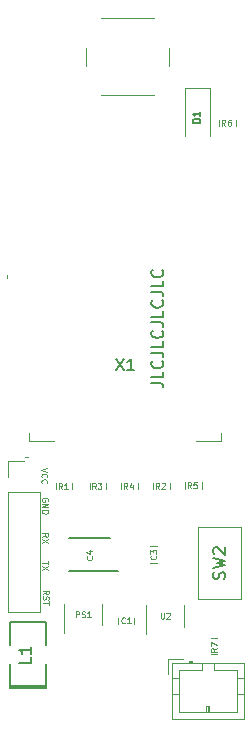
<source format=gbr>
G04 #@! TF.GenerationSoftware,KiCad,Pcbnew,(5.1.9)-1*
G04 #@! TF.CreationDate,2021-03-01T14:11:43+01:00*
G04 #@! TF.ProjectId,button - AAA,62757474-6f6e-4202-9d20-4141412e6b69,rev?*
G04 #@! TF.SameCoordinates,Original*
G04 #@! TF.FileFunction,Legend,Top*
G04 #@! TF.FilePolarity,Positive*
%FSLAX46Y46*%
G04 Gerber Fmt 4.6, Leading zero omitted, Abs format (unit mm)*
G04 Created by KiCad (PCBNEW (5.1.9)-1) date 2021-03-01 14:11:43*
%MOMM*%
%LPD*%
G01*
G04 APERTURE LIST*
%ADD10C,0.125000*%
%ADD11C,0.150000*%
%ADD12C,0.120000*%
%ADD13C,0.200000*%
G04 APERTURE END LIST*
D10*
X119963809Y-102846190D02*
X120201904Y-102679523D01*
X119963809Y-102560476D02*
X120463809Y-102560476D01*
X120463809Y-102750952D01*
X120440000Y-102798571D01*
X120416190Y-102822380D01*
X120368571Y-102846190D01*
X120297142Y-102846190D01*
X120249523Y-102822380D01*
X120225714Y-102798571D01*
X120201904Y-102750952D01*
X120201904Y-102560476D01*
X119987619Y-103036666D02*
X119963809Y-103108095D01*
X119963809Y-103227142D01*
X119987619Y-103274761D01*
X120011428Y-103298571D01*
X120059047Y-103322380D01*
X120106666Y-103322380D01*
X120154285Y-103298571D01*
X120178095Y-103274761D01*
X120201904Y-103227142D01*
X120225714Y-103131904D01*
X120249523Y-103084285D01*
X120273333Y-103060476D01*
X120320952Y-103036666D01*
X120368571Y-103036666D01*
X120416190Y-103060476D01*
X120440000Y-103084285D01*
X120463809Y-103131904D01*
X120463809Y-103250952D01*
X120440000Y-103322380D01*
X120463809Y-103465238D02*
X120463809Y-103750952D01*
X119963809Y-103608095D02*
X120463809Y-103608095D01*
X120423809Y-100039047D02*
X120423809Y-100324761D01*
X119923809Y-100181904D02*
X120423809Y-100181904D01*
X120423809Y-100443809D02*
X119923809Y-100777142D01*
X120423809Y-100777142D02*
X119923809Y-100443809D01*
X119923809Y-97986666D02*
X120161904Y-97820000D01*
X119923809Y-97700952D02*
X120423809Y-97700952D01*
X120423809Y-97891428D01*
X120400000Y-97939047D01*
X120376190Y-97962857D01*
X120328571Y-97986666D01*
X120257142Y-97986666D01*
X120209523Y-97962857D01*
X120185714Y-97939047D01*
X120161904Y-97891428D01*
X120161904Y-97700952D01*
X120423809Y-98153333D02*
X119923809Y-98486666D01*
X120423809Y-98486666D02*
X119923809Y-98153333D01*
X120400000Y-94989047D02*
X120423809Y-94941428D01*
X120423809Y-94870000D01*
X120400000Y-94798571D01*
X120352380Y-94750952D01*
X120304761Y-94727142D01*
X120209523Y-94703333D01*
X120138095Y-94703333D01*
X120042857Y-94727142D01*
X119995238Y-94750952D01*
X119947619Y-94798571D01*
X119923809Y-94870000D01*
X119923809Y-94917619D01*
X119947619Y-94989047D01*
X119971428Y-95012857D01*
X120138095Y-95012857D01*
X120138095Y-94917619D01*
X119923809Y-95227142D02*
X120423809Y-95227142D01*
X119923809Y-95512857D01*
X120423809Y-95512857D01*
X119923809Y-95750952D02*
X120423809Y-95750952D01*
X120423809Y-95870000D01*
X120400000Y-95941428D01*
X120352380Y-95989047D01*
X120304761Y-96012857D01*
X120209523Y-96036666D01*
X120138095Y-96036666D01*
X120042857Y-96012857D01*
X119995238Y-95989047D01*
X119947619Y-95941428D01*
X119923809Y-95870000D01*
X119923809Y-95750952D01*
X120353809Y-92163333D02*
X119853809Y-92330000D01*
X120353809Y-92496666D01*
X119901428Y-92949047D02*
X119877619Y-92925238D01*
X119853809Y-92853809D01*
X119853809Y-92806190D01*
X119877619Y-92734761D01*
X119925238Y-92687142D01*
X119972857Y-92663333D01*
X120068095Y-92639523D01*
X120139523Y-92639523D01*
X120234761Y-92663333D01*
X120282380Y-92687142D01*
X120330000Y-92734761D01*
X120353809Y-92806190D01*
X120353809Y-92853809D01*
X120330000Y-92925238D01*
X120306190Y-92949047D01*
X119901428Y-93449047D02*
X119877619Y-93425238D01*
X119853809Y-93353809D01*
X119853809Y-93306190D01*
X119877619Y-93234761D01*
X119925238Y-93187142D01*
X119972857Y-93163333D01*
X120068095Y-93139523D01*
X120139523Y-93139523D01*
X120234761Y-93163333D01*
X120282380Y-93187142D01*
X120330000Y-93234761D01*
X120353809Y-93306190D01*
X120353809Y-93353809D01*
X120330000Y-93425238D01*
X120306190Y-93449047D01*
D11*
X129172380Y-84969047D02*
X129886666Y-84969047D01*
X130029523Y-85016666D01*
X130124761Y-85111904D01*
X130172380Y-85254761D01*
X130172380Y-85350000D01*
X130172380Y-84016666D02*
X130172380Y-84492857D01*
X129172380Y-84492857D01*
X130077142Y-83111904D02*
X130124761Y-83159523D01*
X130172380Y-83302380D01*
X130172380Y-83397619D01*
X130124761Y-83540476D01*
X130029523Y-83635714D01*
X129934285Y-83683333D01*
X129743809Y-83730952D01*
X129600952Y-83730952D01*
X129410476Y-83683333D01*
X129315238Y-83635714D01*
X129220000Y-83540476D01*
X129172380Y-83397619D01*
X129172380Y-83302380D01*
X129220000Y-83159523D01*
X129267619Y-83111904D01*
X129172380Y-82397619D02*
X129886666Y-82397619D01*
X130029523Y-82445238D01*
X130124761Y-82540476D01*
X130172380Y-82683333D01*
X130172380Y-82778571D01*
X130172380Y-81445238D02*
X130172380Y-81921428D01*
X129172380Y-81921428D01*
X130077142Y-80540476D02*
X130124761Y-80588095D01*
X130172380Y-80730952D01*
X130172380Y-80826190D01*
X130124761Y-80969047D01*
X130029523Y-81064285D01*
X129934285Y-81111904D01*
X129743809Y-81159523D01*
X129600952Y-81159523D01*
X129410476Y-81111904D01*
X129315238Y-81064285D01*
X129220000Y-80969047D01*
X129172380Y-80826190D01*
X129172380Y-80730952D01*
X129220000Y-80588095D01*
X129267619Y-80540476D01*
X129172380Y-79826190D02*
X129886666Y-79826190D01*
X130029523Y-79873809D01*
X130124761Y-79969047D01*
X130172380Y-80111904D01*
X130172380Y-80207142D01*
X130172380Y-78873809D02*
X130172380Y-79350000D01*
X129172380Y-79350000D01*
X130077142Y-77969047D02*
X130124761Y-78016666D01*
X130172380Y-78159523D01*
X130172380Y-78254761D01*
X130124761Y-78397619D01*
X130029523Y-78492857D01*
X129934285Y-78540476D01*
X129743809Y-78588095D01*
X129600952Y-78588095D01*
X129410476Y-78540476D01*
X129315238Y-78492857D01*
X129220000Y-78397619D01*
X129172380Y-78254761D01*
X129172380Y-78159523D01*
X129220000Y-78016666D01*
X129267619Y-77969047D01*
X129172380Y-77254761D02*
X129886666Y-77254761D01*
X130029523Y-77302380D01*
X130124761Y-77397619D01*
X130172380Y-77540476D01*
X130172380Y-77635714D01*
X130172380Y-76302380D02*
X130172380Y-76778571D01*
X129172380Y-76778571D01*
X130077142Y-75397619D02*
X130124761Y-75445238D01*
X130172380Y-75588095D01*
X130172380Y-75683333D01*
X130124761Y-75826190D01*
X130029523Y-75921428D01*
X129934285Y-75969047D01*
X129743809Y-76016666D01*
X129600952Y-76016666D01*
X129410476Y-75969047D01*
X129315238Y-75921428D01*
X129220000Y-75826190D01*
X129172380Y-75683333D01*
X129172380Y-75588095D01*
X129220000Y-75445238D01*
X129267619Y-75397619D01*
D12*
G04 #@! TO.C,C2*
X116915000Y-76090835D02*
X116915000Y-75859165D01*
G04 #@! TO.C,PS1*
X125010000Y-105475000D02*
X125010000Y-103675000D01*
X121790000Y-103675000D02*
X121790000Y-106125000D01*
G04 #@! TO.C,U2*
X131935000Y-105600000D02*
X131935000Y-103800000D01*
X128715000Y-103800000D02*
X128715000Y-106250000D01*
G04 #@! TO.C,R7*
X134731252Y-107960000D02*
X134208748Y-107960000D01*
X134731252Y-106540000D02*
X134208748Y-106540000D01*
G04 #@! TO.C,R6*
X134910000Y-63211252D02*
X134910000Y-62688748D01*
X136330000Y-63211252D02*
X136330000Y-62688748D01*
G04 #@! TO.C,R5*
X132015000Y-93911252D02*
X132015000Y-93388748D01*
X133435000Y-93911252D02*
X133435000Y-93388748D01*
G04 #@! TO.C,R4*
X126615000Y-93986252D02*
X126615000Y-93463748D01*
X128035000Y-93986252D02*
X128035000Y-93463748D01*
G04 #@! TO.C,R3*
X123940000Y-93986252D02*
X123940000Y-93463748D01*
X125360000Y-93986252D02*
X125360000Y-93463748D01*
G04 #@! TO.C,R2*
X129315000Y-93961252D02*
X129315000Y-93438748D01*
X130735000Y-93961252D02*
X130735000Y-93438748D01*
G04 #@! TO.C,R1*
X121065000Y-93986252D02*
X121065000Y-93463748D01*
X122485000Y-93986252D02*
X122485000Y-93463748D01*
G04 #@! TO.C,C3*
X129611252Y-100210000D02*
X129088748Y-100210000D01*
X129611252Y-98790000D02*
X129088748Y-98790000D01*
G04 #@! TO.C,C1*
X127735000Y-104838748D02*
X127735000Y-105361252D01*
X126315000Y-104838748D02*
X126315000Y-105361252D01*
G04 #@! TO.C,X1*
X135070000Y-89240000D02*
X135070000Y-89860000D01*
X135070000Y-89860000D02*
X132950000Y-89860000D01*
X120950000Y-89860000D02*
X118830000Y-89860000D01*
X118830000Y-89860000D02*
X118830000Y-89240000D01*
G04 #@! TO.C,C5*
X118690835Y-91210000D02*
X118459165Y-91210000D01*
D13*
G04 #@! TO.C,C4*
X122200000Y-100900000D02*
X126325000Y-100900000D01*
X125700000Y-98100000D02*
X122200000Y-98100000D01*
D11*
G04 #@! TO.C,L1*
X120274000Y-110814000D02*
X120274000Y-108782000D01*
X117226000Y-110614000D02*
X120274000Y-110614000D01*
X117226000Y-108782000D02*
X117226000Y-110814000D01*
X117226000Y-105226000D02*
X117226000Y-107131000D01*
X120274000Y-105226000D02*
X117226000Y-105226000D01*
X120274000Y-107131000D02*
X120274000Y-105226000D01*
X117226000Y-110814000D02*
X120274000Y-110814000D01*
D12*
G04 #@! TO.C,J1*
X117040000Y-104390000D02*
X119700000Y-104390000D01*
X117040000Y-94170000D02*
X117040000Y-104390000D01*
X119700000Y-94170000D02*
X119700000Y-104390000D01*
X117040000Y-94170000D02*
X119700000Y-94170000D01*
X117040000Y-92900000D02*
X117040000Y-91570000D01*
X117040000Y-91570000D02*
X118370000Y-91570000D01*
G04 #@! TO.C,BT2*
X130870000Y-108680000D02*
X130870000Y-113400000D01*
X130870000Y-113400000D02*
X136990000Y-113400000D01*
X136990000Y-113400000D02*
X136990000Y-108680000D01*
X136990000Y-108680000D02*
X130870000Y-108680000D01*
X132630000Y-108680000D02*
X132630000Y-108480000D01*
X132630000Y-108480000D02*
X132330000Y-108480000D01*
X132330000Y-108480000D02*
X132330000Y-108680000D01*
X132630000Y-108580000D02*
X132330000Y-108580000D01*
X133430000Y-108680000D02*
X133430000Y-109290000D01*
X133430000Y-109290000D02*
X131480000Y-109290000D01*
X131480000Y-109290000D02*
X131480000Y-112790000D01*
X131480000Y-112790000D02*
X136380000Y-112790000D01*
X136380000Y-112790000D02*
X136380000Y-109290000D01*
X136380000Y-109290000D02*
X134430000Y-109290000D01*
X134430000Y-109290000D02*
X134430000Y-108680000D01*
X130870000Y-109990000D02*
X131480000Y-109990000D01*
X130870000Y-111290000D02*
X131480000Y-111290000D01*
X136990000Y-109990000D02*
X136380000Y-109990000D01*
X136990000Y-111290000D02*
X136380000Y-111290000D01*
X133830000Y-112790000D02*
X133830000Y-112290000D01*
X133830000Y-112290000D02*
X134030000Y-112290000D01*
X134030000Y-112290000D02*
X134030000Y-112790000D01*
X133930000Y-112790000D02*
X133930000Y-112290000D01*
X131820000Y-108380000D02*
X130570000Y-108380000D01*
X130570000Y-108380000D02*
X130570000Y-109630000D01*
G04 #@! TO.C,D1*
X134155000Y-64070000D02*
X134155000Y-59985000D01*
X134155000Y-59985000D02*
X131985000Y-59985000D01*
X131985000Y-59985000D02*
X131985000Y-64070000D01*
G04 #@! TO.C,SW2*
X133140000Y-97160000D02*
X136760000Y-97160000D01*
X133140000Y-103280000D02*
X133140000Y-97160000D01*
X136760000Y-103280000D02*
X133140000Y-103280000D01*
X136760000Y-97160000D02*
X136760000Y-103280000D01*
G04 #@! TO.C,SW1*
X129390000Y-54100000D02*
X124890000Y-54100000D01*
X130640000Y-58100000D02*
X130640000Y-56600000D01*
X124890000Y-60600000D02*
X129390000Y-60600000D01*
X123640000Y-56600000D02*
X123640000Y-58100000D01*
G04 #@! TO.C,PS1*
D10*
X122792857Y-104801190D02*
X122792857Y-104301190D01*
X122983333Y-104301190D01*
X123030952Y-104325000D01*
X123054761Y-104348809D01*
X123078571Y-104396428D01*
X123078571Y-104467857D01*
X123054761Y-104515476D01*
X123030952Y-104539285D01*
X122983333Y-104563095D01*
X122792857Y-104563095D01*
X123269047Y-104777380D02*
X123340476Y-104801190D01*
X123459523Y-104801190D01*
X123507142Y-104777380D01*
X123530952Y-104753571D01*
X123554761Y-104705952D01*
X123554761Y-104658333D01*
X123530952Y-104610714D01*
X123507142Y-104586904D01*
X123459523Y-104563095D01*
X123364285Y-104539285D01*
X123316666Y-104515476D01*
X123292857Y-104491666D01*
X123269047Y-104444047D01*
X123269047Y-104396428D01*
X123292857Y-104348809D01*
X123316666Y-104325000D01*
X123364285Y-104301190D01*
X123483333Y-104301190D01*
X123554761Y-104325000D01*
X124030952Y-104801190D02*
X123745238Y-104801190D01*
X123888095Y-104801190D02*
X123888095Y-104301190D01*
X123840476Y-104372619D01*
X123792857Y-104420238D01*
X123745238Y-104444047D01*
G04 #@! TO.C,U2*
X129944047Y-104426190D02*
X129944047Y-104830952D01*
X129967857Y-104878571D01*
X129991666Y-104902380D01*
X130039285Y-104926190D01*
X130134523Y-104926190D01*
X130182142Y-104902380D01*
X130205952Y-104878571D01*
X130229761Y-104830952D01*
X130229761Y-104426190D01*
X130444047Y-104473809D02*
X130467857Y-104450000D01*
X130515476Y-104426190D01*
X130634523Y-104426190D01*
X130682142Y-104450000D01*
X130705952Y-104473809D01*
X130729761Y-104521428D01*
X130729761Y-104569047D01*
X130705952Y-104640476D01*
X130420238Y-104926190D01*
X130729761Y-104926190D01*
G04 #@! TO.C,R7*
X134696190Y-107433333D02*
X134458095Y-107600000D01*
X134696190Y-107719047D02*
X134196190Y-107719047D01*
X134196190Y-107528571D01*
X134220000Y-107480952D01*
X134243809Y-107457142D01*
X134291428Y-107433333D01*
X134362857Y-107433333D01*
X134410476Y-107457142D01*
X134434285Y-107480952D01*
X134458095Y-107528571D01*
X134458095Y-107719047D01*
X134196190Y-107266666D02*
X134196190Y-106933333D01*
X134696190Y-107147619D01*
G04 #@! TO.C,R6*
X135436666Y-63176190D02*
X135270000Y-62938095D01*
X135150952Y-63176190D02*
X135150952Y-62676190D01*
X135341428Y-62676190D01*
X135389047Y-62700000D01*
X135412857Y-62723809D01*
X135436666Y-62771428D01*
X135436666Y-62842857D01*
X135412857Y-62890476D01*
X135389047Y-62914285D01*
X135341428Y-62938095D01*
X135150952Y-62938095D01*
X135865238Y-62676190D02*
X135770000Y-62676190D01*
X135722380Y-62700000D01*
X135698571Y-62723809D01*
X135650952Y-62795238D01*
X135627142Y-62890476D01*
X135627142Y-63080952D01*
X135650952Y-63128571D01*
X135674761Y-63152380D01*
X135722380Y-63176190D01*
X135817619Y-63176190D01*
X135865238Y-63152380D01*
X135889047Y-63128571D01*
X135912857Y-63080952D01*
X135912857Y-62961904D01*
X135889047Y-62914285D01*
X135865238Y-62890476D01*
X135817619Y-62866666D01*
X135722380Y-62866666D01*
X135674761Y-62890476D01*
X135650952Y-62914285D01*
X135627142Y-62961904D01*
G04 #@! TO.C,R5*
X132541666Y-93876190D02*
X132375000Y-93638095D01*
X132255952Y-93876190D02*
X132255952Y-93376190D01*
X132446428Y-93376190D01*
X132494047Y-93400000D01*
X132517857Y-93423809D01*
X132541666Y-93471428D01*
X132541666Y-93542857D01*
X132517857Y-93590476D01*
X132494047Y-93614285D01*
X132446428Y-93638095D01*
X132255952Y-93638095D01*
X132994047Y-93376190D02*
X132755952Y-93376190D01*
X132732142Y-93614285D01*
X132755952Y-93590476D01*
X132803571Y-93566666D01*
X132922619Y-93566666D01*
X132970238Y-93590476D01*
X132994047Y-93614285D01*
X133017857Y-93661904D01*
X133017857Y-93780952D01*
X132994047Y-93828571D01*
X132970238Y-93852380D01*
X132922619Y-93876190D01*
X132803571Y-93876190D01*
X132755952Y-93852380D01*
X132732142Y-93828571D01*
G04 #@! TO.C,R4*
X127141666Y-93951190D02*
X126975000Y-93713095D01*
X126855952Y-93951190D02*
X126855952Y-93451190D01*
X127046428Y-93451190D01*
X127094047Y-93475000D01*
X127117857Y-93498809D01*
X127141666Y-93546428D01*
X127141666Y-93617857D01*
X127117857Y-93665476D01*
X127094047Y-93689285D01*
X127046428Y-93713095D01*
X126855952Y-93713095D01*
X127570238Y-93617857D02*
X127570238Y-93951190D01*
X127451190Y-93427380D02*
X127332142Y-93784523D01*
X127641666Y-93784523D01*
G04 #@! TO.C,R3*
X124466666Y-93951190D02*
X124300000Y-93713095D01*
X124180952Y-93951190D02*
X124180952Y-93451190D01*
X124371428Y-93451190D01*
X124419047Y-93475000D01*
X124442857Y-93498809D01*
X124466666Y-93546428D01*
X124466666Y-93617857D01*
X124442857Y-93665476D01*
X124419047Y-93689285D01*
X124371428Y-93713095D01*
X124180952Y-93713095D01*
X124633333Y-93451190D02*
X124942857Y-93451190D01*
X124776190Y-93641666D01*
X124847619Y-93641666D01*
X124895238Y-93665476D01*
X124919047Y-93689285D01*
X124942857Y-93736904D01*
X124942857Y-93855952D01*
X124919047Y-93903571D01*
X124895238Y-93927380D01*
X124847619Y-93951190D01*
X124704761Y-93951190D01*
X124657142Y-93927380D01*
X124633333Y-93903571D01*
G04 #@! TO.C,R2*
X129841666Y-93926190D02*
X129675000Y-93688095D01*
X129555952Y-93926190D02*
X129555952Y-93426190D01*
X129746428Y-93426190D01*
X129794047Y-93450000D01*
X129817857Y-93473809D01*
X129841666Y-93521428D01*
X129841666Y-93592857D01*
X129817857Y-93640476D01*
X129794047Y-93664285D01*
X129746428Y-93688095D01*
X129555952Y-93688095D01*
X130032142Y-93473809D02*
X130055952Y-93450000D01*
X130103571Y-93426190D01*
X130222619Y-93426190D01*
X130270238Y-93450000D01*
X130294047Y-93473809D01*
X130317857Y-93521428D01*
X130317857Y-93569047D01*
X130294047Y-93640476D01*
X130008333Y-93926190D01*
X130317857Y-93926190D01*
G04 #@! TO.C,R1*
X121591666Y-93951190D02*
X121425000Y-93713095D01*
X121305952Y-93951190D02*
X121305952Y-93451190D01*
X121496428Y-93451190D01*
X121544047Y-93475000D01*
X121567857Y-93498809D01*
X121591666Y-93546428D01*
X121591666Y-93617857D01*
X121567857Y-93665476D01*
X121544047Y-93689285D01*
X121496428Y-93713095D01*
X121305952Y-93713095D01*
X122067857Y-93951190D02*
X121782142Y-93951190D01*
X121925000Y-93951190D02*
X121925000Y-93451190D01*
X121877380Y-93522619D01*
X121829761Y-93570238D01*
X121782142Y-93594047D01*
G04 #@! TO.C,C3*
X129528571Y-99583333D02*
X129552380Y-99607142D01*
X129576190Y-99678571D01*
X129576190Y-99726190D01*
X129552380Y-99797619D01*
X129504761Y-99845238D01*
X129457142Y-99869047D01*
X129361904Y-99892857D01*
X129290476Y-99892857D01*
X129195238Y-99869047D01*
X129147619Y-99845238D01*
X129100000Y-99797619D01*
X129076190Y-99726190D01*
X129076190Y-99678571D01*
X129100000Y-99607142D01*
X129123809Y-99583333D01*
X129076190Y-99416666D02*
X129076190Y-99107142D01*
X129266666Y-99273809D01*
X129266666Y-99202380D01*
X129290476Y-99154761D01*
X129314285Y-99130952D01*
X129361904Y-99107142D01*
X129480952Y-99107142D01*
X129528571Y-99130952D01*
X129552380Y-99154761D01*
X129576190Y-99202380D01*
X129576190Y-99345238D01*
X129552380Y-99392857D01*
X129528571Y-99416666D01*
G04 #@! TO.C,C1*
X126941666Y-105278571D02*
X126917857Y-105302380D01*
X126846428Y-105326190D01*
X126798809Y-105326190D01*
X126727380Y-105302380D01*
X126679761Y-105254761D01*
X126655952Y-105207142D01*
X126632142Y-105111904D01*
X126632142Y-105040476D01*
X126655952Y-104945238D01*
X126679761Y-104897619D01*
X126727380Y-104850000D01*
X126798809Y-104826190D01*
X126846428Y-104826190D01*
X126917857Y-104850000D01*
X126941666Y-104873809D01*
X127417857Y-105326190D02*
X127132142Y-105326190D01*
X127275000Y-105326190D02*
X127275000Y-104826190D01*
X127227380Y-104897619D01*
X127179761Y-104945238D01*
X127132142Y-104969047D01*
G04 #@! TO.C,X1*
D11*
X126140476Y-82907380D02*
X126807142Y-83907380D01*
X126807142Y-82907380D02*
X126140476Y-83907380D01*
X127711904Y-83907380D02*
X127140476Y-83907380D01*
X127426190Y-83907380D02*
X127426190Y-82907380D01*
X127330952Y-83050238D01*
X127235714Y-83145476D01*
X127140476Y-83193095D01*
G04 #@! TO.C,C4*
D10*
X124128571Y-99633333D02*
X124152380Y-99657142D01*
X124176190Y-99728571D01*
X124176190Y-99776190D01*
X124152380Y-99847619D01*
X124104761Y-99895238D01*
X124057142Y-99919047D01*
X123961904Y-99942857D01*
X123890476Y-99942857D01*
X123795238Y-99919047D01*
X123747619Y-99895238D01*
X123700000Y-99847619D01*
X123676190Y-99776190D01*
X123676190Y-99728571D01*
X123700000Y-99657142D01*
X123723809Y-99633333D01*
X123842857Y-99204761D02*
X124176190Y-99204761D01*
X123652380Y-99323809D02*
X124009523Y-99442857D01*
X124009523Y-99133333D01*
G04 #@! TO.C,L1*
D11*
X118952380Y-108166666D02*
X118952380Y-108642857D01*
X117952380Y-108642857D01*
X118952380Y-107309523D02*
X118952380Y-107880952D01*
X118952380Y-107595238D02*
X117952380Y-107595238D01*
X118095238Y-107690476D01*
X118190476Y-107785714D01*
X118238095Y-107880952D01*
G04 #@! TO.C,D1*
X133271428Y-62942857D02*
X132671428Y-62942857D01*
X132671428Y-62800000D01*
X132700000Y-62714285D01*
X132757142Y-62657142D01*
X132814285Y-62628571D01*
X132928571Y-62600000D01*
X133014285Y-62600000D01*
X133128571Y-62628571D01*
X133185714Y-62657142D01*
X133242857Y-62714285D01*
X133271428Y-62800000D01*
X133271428Y-62942857D01*
X133271428Y-62028571D02*
X133271428Y-62371428D01*
X133271428Y-62200000D02*
X132671428Y-62200000D01*
X132757142Y-62257142D01*
X132814285Y-62314285D01*
X132842857Y-62371428D01*
G04 #@! TO.C,SW2*
X135354761Y-101553333D02*
X135402380Y-101410476D01*
X135402380Y-101172380D01*
X135354761Y-101077142D01*
X135307142Y-101029523D01*
X135211904Y-100981904D01*
X135116666Y-100981904D01*
X135021428Y-101029523D01*
X134973809Y-101077142D01*
X134926190Y-101172380D01*
X134878571Y-101362857D01*
X134830952Y-101458095D01*
X134783333Y-101505714D01*
X134688095Y-101553333D01*
X134592857Y-101553333D01*
X134497619Y-101505714D01*
X134450000Y-101458095D01*
X134402380Y-101362857D01*
X134402380Y-101124761D01*
X134450000Y-100981904D01*
X134402380Y-100648571D02*
X135402380Y-100410476D01*
X134688095Y-100220000D01*
X135402380Y-100029523D01*
X134402380Y-99791428D01*
X134497619Y-99458095D02*
X134450000Y-99410476D01*
X134402380Y-99315238D01*
X134402380Y-99077142D01*
X134450000Y-98981904D01*
X134497619Y-98934285D01*
X134592857Y-98886666D01*
X134688095Y-98886666D01*
X134830952Y-98934285D01*
X135402380Y-99505714D01*
X135402380Y-98886666D01*
G04 #@! TD*
M02*

</source>
